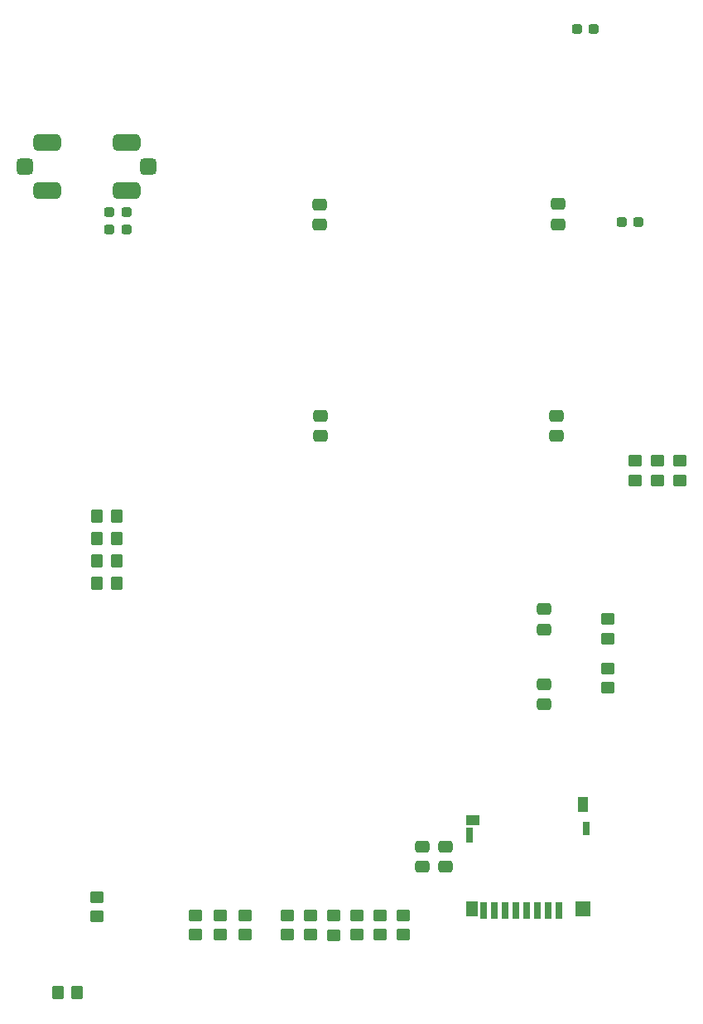
<source format=gtp>
%TF.GenerationSoftware,KiCad,Pcbnew,6.0.5-a6ca702e91~116~ubuntu20.04.1*%
%TF.CreationDate,2022-07-31T14:48:14+02:00*%
%TF.ProjectId,nucleo_expansion,6e75636c-656f-45f6-9578-70616e73696f,v1.0*%
%TF.SameCoordinates,Original*%
%TF.FileFunction,Paste,Top*%
%TF.FilePolarity,Positive*%
%FSLAX46Y46*%
G04 Gerber Fmt 4.6, Leading zero omitted, Abs format (unit mm)*
G04 Created by KiCad (PCBNEW 6.0.5-a6ca702e91~116~ubuntu20.04.1) date 2022-07-31 14:48:14*
%MOMM*%
%LPD*%
G01*
G04 APERTURE LIST*
G04 Aperture macros list*
%AMRoundRect*
0 Rectangle with rounded corners*
0 $1 Rounding radius*
0 $2 $3 $4 $5 $6 $7 $8 $9 X,Y pos of 4 corners*
0 Add a 4 corners polygon primitive as box body*
4,1,4,$2,$3,$4,$5,$6,$7,$8,$9,$2,$3,0*
0 Add four circle primitives for the rounded corners*
1,1,$1+$1,$2,$3*
1,1,$1+$1,$4,$5*
1,1,$1+$1,$6,$7*
1,1,$1+$1,$8,$9*
0 Add four rect primitives between the rounded corners*
20,1,$1+$1,$2,$3,$4,$5,0*
20,1,$1+$1,$4,$5,$6,$7,0*
20,1,$1+$1,$6,$7,$8,$9,0*
20,1,$1+$1,$8,$9,$2,$3,0*%
G04 Aperture macros list end*
%ADD10RoundRect,0.250000X-0.475000X0.337500X-0.475000X-0.337500X0.475000X-0.337500X0.475000X0.337500X0*%
%ADD11RoundRect,0.250000X0.350000X0.450000X-0.350000X0.450000X-0.350000X-0.450000X0.350000X-0.450000X0*%
%ADD12RoundRect,0.250000X-0.450000X0.350000X-0.450000X-0.350000X0.450000X-0.350000X0.450000X0.350000X0*%
%ADD13RoundRect,0.250000X0.475000X-0.337500X0.475000X0.337500X-0.475000X0.337500X-0.475000X-0.337500X0*%
%ADD14RoundRect,0.250000X0.450000X-0.350000X0.450000X0.350000X-0.450000X0.350000X-0.450000X-0.350000X0*%
%ADD15RoundRect,0.237500X-0.287500X-0.237500X0.287500X-0.237500X0.287500X0.237500X-0.287500X0.237500X0*%
%ADD16R,0.800000X1.400000*%
%ADD17R,1.500000X1.500000*%
%ADD18R,1.300000X1.500000*%
%ADD19R,0.800000X1.500000*%
%ADD20R,1.000000X1.550000*%
%ADD21R,1.450000X1.000000*%
%ADD22R,0.700000X1.750000*%
%ADD23RoundRect,0.425000X0.425000X0.425000X-0.425000X0.425000X-0.425000X-0.425000X0.425000X-0.425000X0*%
%ADD24RoundRect,0.425000X0.975000X0.425000X-0.975000X0.425000X-0.975000X-0.425000X0.975000X-0.425000X0*%
G04 APERTURE END LIST*
D10*
X161671000Y-63035000D03*
X161671000Y-60960000D03*
D11*
X134788400Y-119938800D03*
X136788400Y-119938800D03*
D12*
X170131000Y-114014000D03*
X170131000Y-112014000D03*
D13*
X174472600Y-104986000D03*
X174472600Y-107061000D03*
D14*
X153924000Y-112014000D03*
X153924000Y-114014000D03*
X138811000Y-110150400D03*
X138811000Y-112150400D03*
D10*
X185946000Y-41402200D03*
X185946000Y-39327200D03*
D15*
X189615000Y-21463000D03*
X187865000Y-21463000D03*
D14*
X191008000Y-86786000D03*
X191008000Y-88786000D03*
D13*
X172085000Y-104986000D03*
X172085000Y-107061000D03*
D12*
X160619800Y-114014000D03*
X160619800Y-112014000D03*
D14*
X151384000Y-112014000D03*
X151384000Y-114014000D03*
D10*
X161544000Y-41445000D03*
X161544000Y-39370000D03*
D15*
X141803700Y-41910000D03*
X140053700Y-41910000D03*
D11*
X138827000Y-73528333D03*
X140827000Y-73528333D03*
D12*
X196087000Y-67548000D03*
X196087000Y-65548000D03*
X165375400Y-114014000D03*
X165375400Y-112014000D03*
D10*
X185819000Y-63035000D03*
X185819000Y-60960000D03*
D12*
X167753200Y-114014000D03*
X167753200Y-112014000D03*
D10*
X184531000Y-88392000D03*
X184531000Y-90467000D03*
D13*
X184531000Y-80750500D03*
X184531000Y-82825500D03*
D12*
X158242000Y-114014000D03*
X158242000Y-112014000D03*
X193802000Y-67548000D03*
X193802000Y-65548000D03*
D16*
X188855000Y-103147000D03*
D17*
X188505000Y-111397000D03*
D18*
X177155000Y-111397000D03*
D19*
X176905000Y-103797000D03*
D20*
X188455000Y-100722000D03*
D21*
X177230000Y-102297000D03*
D22*
X178355000Y-111522000D03*
X179455000Y-111522000D03*
X180555000Y-111522000D03*
X181655000Y-111522000D03*
X182755000Y-111522000D03*
X183855000Y-111522000D03*
X184955000Y-111522000D03*
X186055000Y-111522000D03*
D12*
X162997600Y-114030000D03*
X162997600Y-112030000D03*
D11*
X138827000Y-71240000D03*
X140827000Y-71240000D03*
X138827000Y-78105000D03*
X140827000Y-78105000D03*
D23*
X131453700Y-35528000D03*
D24*
X133703700Y-33078000D03*
X133703700Y-37978000D03*
X141803700Y-33078000D03*
X141803700Y-37978000D03*
D23*
X144053700Y-35528000D03*
D15*
X141803700Y-40132000D03*
X140053700Y-40132000D03*
D14*
X148844000Y-112014000D03*
X148844000Y-114014000D03*
D12*
X198372000Y-67548000D03*
X198372000Y-65548000D03*
D15*
X192451000Y-41148000D03*
X194201000Y-41148000D03*
D12*
X191008000Y-83759000D03*
X191008000Y-81759000D03*
D11*
X138827000Y-75816666D03*
X140827000Y-75816666D03*
M02*

</source>
